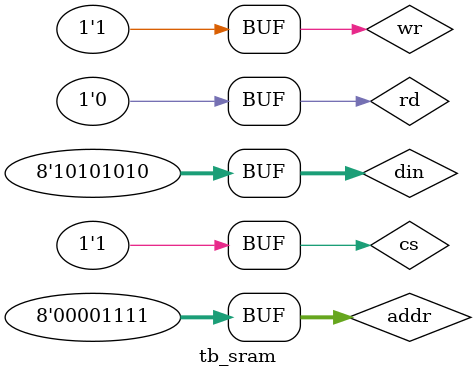
<source format=v>
`include "sram.v"
module tb_sram();
	// define signals
	reg [7:0] din;
	reg [7:0] addr;
	reg wr, rd, cs;
	wire [7:0] dout;
	//initial module
	initial
	begin
		cs = 1'b1;
		wr = 1'b0;
		rd = 1'b1;
		addr = 8'b0000_1111;
		din = 8'b1010_1010;
		#1 rd = 1'b0;
		#1 rd = 1'b1;
		#1 wr = 1'b1;
		#1 rd = 1'b0;
		
	end			   
	// example of sram
	sram example(dout, din, addr, wr, rd, cs);
	// monitor the process
	initial $monitor("it's at time %d, din=%b, ", $time, din, 
	"cs=%b, wr=%b, rd=%b, addr=%b, dout=%b", cs, wr, rd, addr, dout);
endmodule
		
		
</source>
